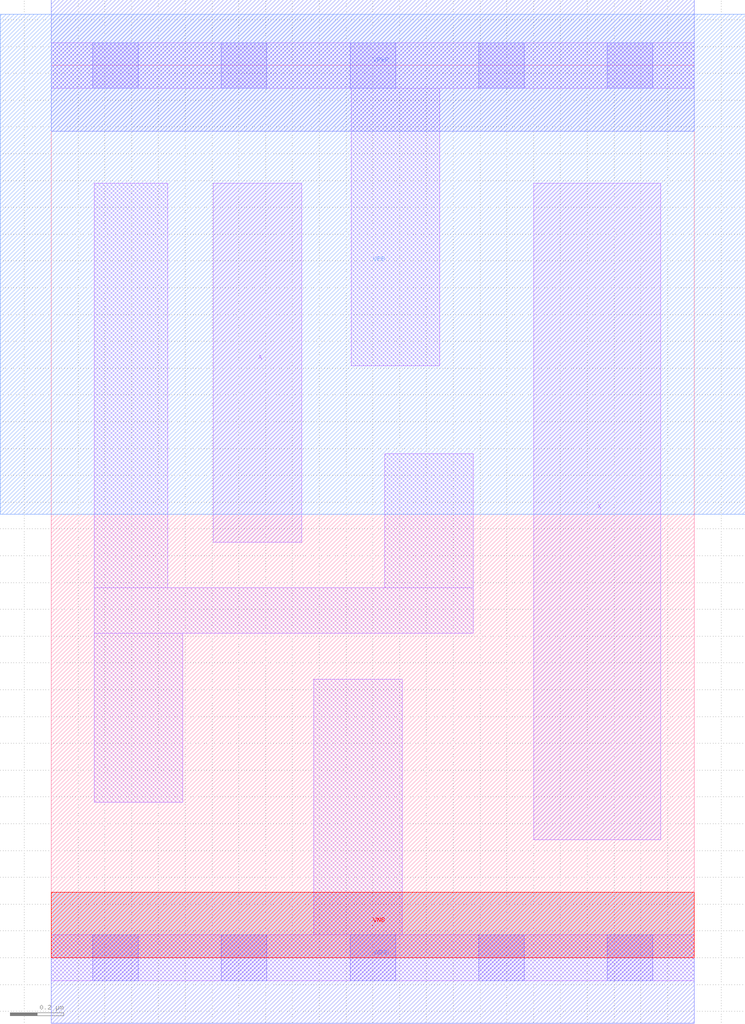
<source format=lef>
# Copyright 2020 The SkyWater PDK Authors
#
# Licensed under the Apache License, Version 2.0 (the "License");
# you may not use this file except in compliance with the License.
# You may obtain a copy of the License at
#
#     https://www.apache.org/licenses/LICENSE-2.0
#
# Unless required by applicable law or agreed to in writing, software
# distributed under the License is distributed on an "AS IS" BASIS,
# WITHOUT WARRANTIES OR CONDITIONS OF ANY KIND, either express or implied.
# See the License for the specific language governing permissions and
# limitations under the License.
#
# SPDX-License-Identifier: Apache-2.0

VERSION 5.7 ;
  NOWIREEXTENSIONATPIN ON ;
  DIVIDERCHAR "/" ;
  BUSBITCHARS "[]" ;
MACRO sky130_fd_sc_lp__buflp_0
  CLASS CORE ;
  FOREIGN sky130_fd_sc_lp__buflp_0 ;
  ORIGIN  0.000000  0.000000 ;
  SIZE  2.400000 BY  3.330000 ;
  SYMMETRY X Y R90 ;
  SITE unit ;
  PIN A
    ANTENNAGATEAREA  0.252000 ;
    DIRECTION INPUT ;
    USE SIGNAL ;
    PORT
      LAYER li1 ;
        RECT 0.605000 1.550000 0.935000 2.890000 ;
    END
  END A
  PIN X
    ANTENNADIFFAREA  0.302100 ;
    DIRECTION OUTPUT ;
    USE SIGNAL ;
    PORT
      LAYER li1 ;
        RECT 1.800000 0.440000 2.275000 2.890000 ;
    END
  END X
  PIN VGND
    DIRECTION INOUT ;
    USE GROUND ;
    PORT
      LAYER met1 ;
        RECT 0.000000 -0.245000 2.400000 0.245000 ;
    END
  END VGND
  PIN VNB
    DIRECTION INOUT ;
    USE GROUND ;
    PORT
      LAYER pwell ;
        RECT 0.000000 0.000000 2.400000 0.245000 ;
    END
  END VNB
  PIN VPB
    DIRECTION INOUT ;
    USE POWER ;
    PORT
      LAYER nwell ;
        RECT -0.190000 1.655000 2.590000 3.520000 ;
    END
  END VPB
  PIN VPWR
    DIRECTION INOUT ;
    USE POWER ;
    PORT
      LAYER met1 ;
        RECT 0.000000 3.085000 2.400000 3.575000 ;
    END
  END VPWR
  OBS
    LAYER li1 ;
      RECT 0.000000 -0.085000 2.400000 0.085000 ;
      RECT 0.000000  3.245000 2.400000 3.415000 ;
      RECT 0.160000  0.580000 0.490000 1.210000 ;
      RECT 0.160000  1.210000 1.575000 1.380000 ;
      RECT 0.160000  1.380000 0.435000 2.890000 ;
      RECT 0.980000  0.085000 1.310000 1.040000 ;
      RECT 1.120000  2.210000 1.450000 3.245000 ;
      RECT 1.245000  1.380000 1.575000 1.880000 ;
    LAYER mcon ;
      RECT 0.155000 -0.085000 0.325000 0.085000 ;
      RECT 0.155000  3.245000 0.325000 3.415000 ;
      RECT 0.635000 -0.085000 0.805000 0.085000 ;
      RECT 0.635000  3.245000 0.805000 3.415000 ;
      RECT 1.115000 -0.085000 1.285000 0.085000 ;
      RECT 1.115000  3.245000 1.285000 3.415000 ;
      RECT 1.595000 -0.085000 1.765000 0.085000 ;
      RECT 1.595000  3.245000 1.765000 3.415000 ;
      RECT 2.075000 -0.085000 2.245000 0.085000 ;
      RECT 2.075000  3.245000 2.245000 3.415000 ;
  END
END sky130_fd_sc_lp__buflp_0
END LIBRARY

</source>
